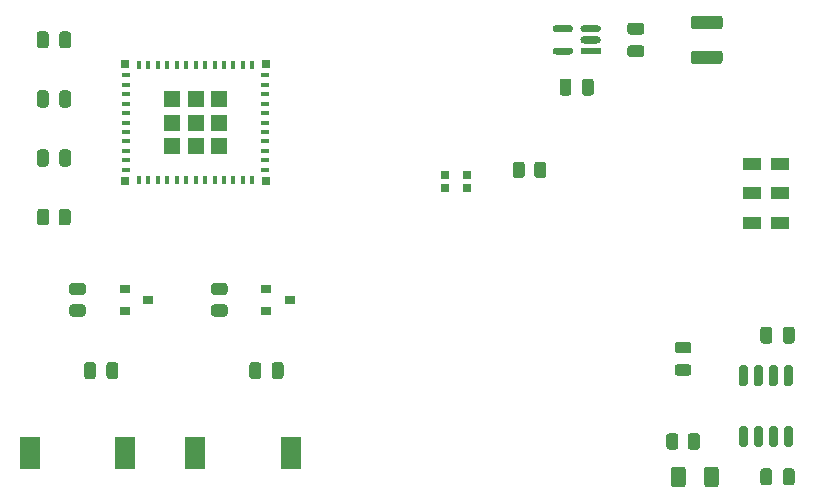
<source format=gbr>
G04 #@! TF.GenerationSoftware,KiCad,Pcbnew,(5.1.12-1-10_14)*
G04 #@! TF.CreationDate,2021-12-17T20:41:21-05:00*
G04 #@! TF.ProjectId,ClonedESP32DevBoard,436c6f6e-6564-4455-9350-333244657642,rev?*
G04 #@! TF.SameCoordinates,Original*
G04 #@! TF.FileFunction,Paste,Top*
G04 #@! TF.FilePolarity,Positive*
%FSLAX46Y46*%
G04 Gerber Fmt 4.6, Leading zero omitted, Abs format (unit mm)*
G04 Created by KiCad (PCBNEW (5.1.12-1-10_14)) date 2021-12-17 20:41:21*
%MOMM*%
%LPD*%
G01*
G04 APERTURE LIST*
%ADD10R,0.700000X0.700000*%
%ADD11R,1.450000X1.450000*%
%ADD12R,0.400000X0.800000*%
%ADD13R,0.800000X0.400000*%
%ADD14R,1.755639X0.609807*%
%ADD15R,1.600000X1.000000*%
%ADD16R,1.701800X2.692400*%
%ADD17R,0.900000X0.800000*%
G04 APERTURE END LIST*
G04 #@! TO.C,R4*
G36*
G01*
X50973800Y-119077701D02*
X50973800Y-118177699D01*
G75*
G02*
X51223799Y-117927700I249999J0D01*
G01*
X51748801Y-117927700D01*
G75*
G02*
X51998800Y-118177699I0J-249999D01*
G01*
X51998800Y-119077701D01*
G75*
G02*
X51748801Y-119327700I-249999J0D01*
G01*
X51223799Y-119327700D01*
G75*
G02*
X50973800Y-119077701I0J249999D01*
G01*
G37*
G36*
G01*
X49148800Y-119077701D02*
X49148800Y-118177699D01*
G75*
G02*
X49398799Y-117927700I249999J0D01*
G01*
X49923801Y-117927700D01*
G75*
G02*
X50173800Y-118177699I0J-249999D01*
G01*
X50173800Y-119077701D01*
G75*
G02*
X49923801Y-119327700I-249999J0D01*
G01*
X49398799Y-119327700D01*
G75*
G02*
X49148800Y-119077701I0J249999D01*
G01*
G37*
G04 #@! TD*
D10*
G04 #@! TO.C,IC1*
X68523800Y-105677700D03*
X68523800Y-115577700D03*
X56623800Y-115577700D03*
X56623800Y-105677700D03*
D11*
X64548800Y-110627700D03*
X64548800Y-112602700D03*
X62573800Y-112602700D03*
X60598800Y-112602700D03*
X60598800Y-110627700D03*
X60598800Y-108652700D03*
X62573800Y-108652700D03*
X64548800Y-108652700D03*
X62573800Y-110627700D03*
D12*
X57773800Y-105727700D03*
X58573800Y-105727700D03*
X59373800Y-105727700D03*
X60173800Y-105727700D03*
X60973800Y-105727700D03*
X61773800Y-105727700D03*
X62573800Y-105727700D03*
X63373800Y-105727700D03*
X64173800Y-105727700D03*
X64973800Y-105727700D03*
X65773800Y-105727700D03*
X66573800Y-105727700D03*
X67373800Y-105727700D03*
D13*
X68473800Y-106627700D03*
X68473800Y-107427700D03*
X68473800Y-108227700D03*
X68473800Y-109027700D03*
X68473800Y-109827700D03*
X68473800Y-110627700D03*
X68473800Y-111427700D03*
X68473800Y-112227700D03*
X68473800Y-113027700D03*
X68473800Y-113827700D03*
X68473800Y-114627700D03*
D12*
X67373800Y-115527700D03*
X66573800Y-115527700D03*
X65773800Y-115527700D03*
X64973800Y-115527700D03*
X64173800Y-115527700D03*
X63373800Y-115527700D03*
X62573800Y-115527700D03*
X61773800Y-115527700D03*
X60973800Y-115527700D03*
X60173800Y-115527700D03*
X59373800Y-115527700D03*
X58573800Y-115527700D03*
X57773800Y-115527700D03*
D13*
X56673800Y-114627700D03*
X56673800Y-113827700D03*
X56673800Y-113027700D03*
X56673800Y-112227700D03*
X56673800Y-111427700D03*
X56673800Y-110627700D03*
X56673800Y-109827700D03*
X56673800Y-109027700D03*
X56673800Y-108227700D03*
X56673800Y-107427700D03*
X56673800Y-106627700D03*
G04 #@! TD*
G04 #@! TO.C,C10*
G36*
G01*
X50123800Y-113152700D02*
X50123800Y-114102700D01*
G75*
G02*
X49873800Y-114352700I-250000J0D01*
G01*
X49373800Y-114352700D01*
G75*
G02*
X49123800Y-114102700I0J250000D01*
G01*
X49123800Y-113152700D01*
G75*
G02*
X49373800Y-112902700I250000J0D01*
G01*
X49873800Y-112902700D01*
G75*
G02*
X50123800Y-113152700I0J-250000D01*
G01*
G37*
G36*
G01*
X52023800Y-113152700D02*
X52023800Y-114102700D01*
G75*
G02*
X51773800Y-114352700I-250000J0D01*
G01*
X51273800Y-114352700D01*
G75*
G02*
X51023800Y-114102700I0J250000D01*
G01*
X51023800Y-113152700D01*
G75*
G02*
X51273800Y-112902700I250000J0D01*
G01*
X51773800Y-112902700D01*
G75*
G02*
X52023800Y-113152700I0J-250000D01*
G01*
G37*
G04 #@! TD*
G04 #@! TO.C,C9*
G36*
G01*
X50123800Y-103152700D02*
X50123800Y-104102700D01*
G75*
G02*
X49873800Y-104352700I-250000J0D01*
G01*
X49373800Y-104352700D01*
G75*
G02*
X49123800Y-104102700I0J250000D01*
G01*
X49123800Y-103152700D01*
G75*
G02*
X49373800Y-102902700I250000J0D01*
G01*
X49873800Y-102902700D01*
G75*
G02*
X50123800Y-103152700I0J-250000D01*
G01*
G37*
G36*
G01*
X52023800Y-103152700D02*
X52023800Y-104102700D01*
G75*
G02*
X51773800Y-104352700I-250000J0D01*
G01*
X51273800Y-104352700D01*
G75*
G02*
X51023800Y-104102700I0J250000D01*
G01*
X51023800Y-103152700D01*
G75*
G02*
X51273800Y-102902700I250000J0D01*
G01*
X51773800Y-102902700D01*
G75*
G02*
X52023800Y-103152700I0J-250000D01*
G01*
G37*
G04 #@! TD*
G04 #@! TO.C,C8*
G36*
G01*
X50123800Y-108152700D02*
X50123800Y-109102700D01*
G75*
G02*
X49873800Y-109352700I-250000J0D01*
G01*
X49373800Y-109352700D01*
G75*
G02*
X49123800Y-109102700I0J250000D01*
G01*
X49123800Y-108152700D01*
G75*
G02*
X49373800Y-107902700I250000J0D01*
G01*
X49873800Y-107902700D01*
G75*
G02*
X50123800Y-108152700I0J-250000D01*
G01*
G37*
G36*
G01*
X52023800Y-108152700D02*
X52023800Y-109102700D01*
G75*
G02*
X51773800Y-109352700I-250000J0D01*
G01*
X51273800Y-109352700D01*
G75*
G02*
X51023800Y-109102700I0J250000D01*
G01*
X51023800Y-108152700D01*
G75*
G02*
X51273800Y-107902700I250000J0D01*
G01*
X51773800Y-107902700D01*
G75*
G02*
X52023800Y-108152700I0J-250000D01*
G01*
G37*
G04 #@! TD*
D14*
G04 #@! TO.C,U2*
X96019081Y-104577700D03*
G36*
G01*
X96896900Y-103627699D02*
X96896900Y-103627699D01*
G75*
G02*
X96591997Y-103932602I-304903J0D01*
G01*
X95446165Y-103932602D01*
G75*
G02*
X95141262Y-103627699I0J304903D01*
G01*
X95141262Y-103627699D01*
G75*
G02*
X95446165Y-103322796I304903J0D01*
G01*
X96591997Y-103322796D01*
G75*
G02*
X96896900Y-103627699I0J-304903D01*
G01*
G37*
G36*
G01*
X96896900Y-102677699D02*
X96896900Y-102677699D01*
G75*
G02*
X96591997Y-102982602I-304903J0D01*
G01*
X95446165Y-102982602D01*
G75*
G02*
X95141262Y-102677699I0J304903D01*
G01*
X95141262Y-102677699D01*
G75*
G02*
X95446165Y-102372796I304903J0D01*
G01*
X96591997Y-102372796D01*
G75*
G02*
X96896900Y-102677699I0J-304903D01*
G01*
G37*
G36*
G01*
X94546337Y-102677699D02*
X94546337Y-102677699D01*
G75*
G02*
X94241434Y-102982602I-304903J0D01*
G01*
X93095602Y-102982602D01*
G75*
G02*
X92790699Y-102677699I0J304903D01*
G01*
X92790699Y-102677699D01*
G75*
G02*
X93095602Y-102372796I304903J0D01*
G01*
X94241434Y-102372796D01*
G75*
G02*
X94546337Y-102677699I0J-304903D01*
G01*
G37*
G36*
G01*
X94546337Y-104577700D02*
X94546337Y-104577700D01*
G75*
G02*
X94241434Y-104882603I-304903J0D01*
G01*
X93095602Y-104882603D01*
G75*
G02*
X92790699Y-104577700I0J304903D01*
G01*
X92790699Y-104577700D01*
G75*
G02*
X93095602Y-104272797I304903J0D01*
G01*
X94241434Y-104272797D01*
G75*
G02*
X94546337Y-104577700I0J-304903D01*
G01*
G37*
G04 #@! TD*
G04 #@! TO.C,U1*
G36*
G01*
X109138800Y-132927700D02*
X108738800Y-132927700D01*
G75*
G02*
X108538800Y-132727700I0J200000D01*
G01*
X108538800Y-131377700D01*
G75*
G02*
X108738800Y-131177700I200000J0D01*
G01*
X109138800Y-131177700D01*
G75*
G02*
X109338800Y-131377700I0J-200000D01*
G01*
X109338800Y-132727700D01*
G75*
G02*
X109138800Y-132927700I-200000J0D01*
G01*
G37*
G36*
G01*
X110408800Y-132927700D02*
X110008800Y-132927700D01*
G75*
G02*
X109808800Y-132727700I0J200000D01*
G01*
X109808800Y-131377700D01*
G75*
G02*
X110008800Y-131177700I200000J0D01*
G01*
X110408800Y-131177700D01*
G75*
G02*
X110608800Y-131377700I0J-200000D01*
G01*
X110608800Y-132727700D01*
G75*
G02*
X110408800Y-132927700I-200000J0D01*
G01*
G37*
G36*
G01*
X111678800Y-132927700D02*
X111278800Y-132927700D01*
G75*
G02*
X111078800Y-132727700I0J200000D01*
G01*
X111078800Y-131377700D01*
G75*
G02*
X111278800Y-131177700I200000J0D01*
G01*
X111678800Y-131177700D01*
G75*
G02*
X111878800Y-131377700I0J-200000D01*
G01*
X111878800Y-132727700D01*
G75*
G02*
X111678800Y-132927700I-200000J0D01*
G01*
G37*
G36*
G01*
X112948800Y-132927700D02*
X112548800Y-132927700D01*
G75*
G02*
X112348800Y-132727700I0J200000D01*
G01*
X112348800Y-131377700D01*
G75*
G02*
X112548800Y-131177700I200000J0D01*
G01*
X112948800Y-131177700D01*
G75*
G02*
X113148800Y-131377700I0J-200000D01*
G01*
X113148800Y-132727700D01*
G75*
G02*
X112948800Y-132927700I-200000J0D01*
G01*
G37*
G36*
G01*
X112948800Y-138077700D02*
X112548800Y-138077700D01*
G75*
G02*
X112348800Y-137877700I0J200000D01*
G01*
X112348800Y-136527700D01*
G75*
G02*
X112548800Y-136327700I200000J0D01*
G01*
X112948800Y-136327700D01*
G75*
G02*
X113148800Y-136527700I0J-200000D01*
G01*
X113148800Y-137877700D01*
G75*
G02*
X112948800Y-138077700I-200000J0D01*
G01*
G37*
G36*
G01*
X111678800Y-138077700D02*
X111278800Y-138077700D01*
G75*
G02*
X111078800Y-137877700I0J200000D01*
G01*
X111078800Y-136527700D01*
G75*
G02*
X111278800Y-136327700I200000J0D01*
G01*
X111678800Y-136327700D01*
G75*
G02*
X111878800Y-136527700I0J-200000D01*
G01*
X111878800Y-137877700D01*
G75*
G02*
X111678800Y-138077700I-200000J0D01*
G01*
G37*
G36*
G01*
X110408800Y-138077700D02*
X110008800Y-138077700D01*
G75*
G02*
X109808800Y-137877700I0J200000D01*
G01*
X109808800Y-136527700D01*
G75*
G02*
X110008800Y-136327700I200000J0D01*
G01*
X110408800Y-136327700D01*
G75*
G02*
X110608800Y-136527700I0J-200000D01*
G01*
X110608800Y-137877700D01*
G75*
G02*
X110408800Y-138077700I-200000J0D01*
G01*
G37*
G36*
G01*
X109138800Y-138077700D02*
X108738800Y-138077700D01*
G75*
G02*
X108538800Y-137877700I0J200000D01*
G01*
X108538800Y-136527700D01*
G75*
G02*
X108738800Y-136327700I200000J0D01*
G01*
X109138800Y-136327700D01*
G75*
G02*
X109338800Y-136527700I0J-200000D01*
G01*
X109338800Y-137877700D01*
G75*
G02*
X109138800Y-138077700I-200000J0D01*
G01*
G37*
G04 #@! TD*
D15*
G04 #@! TO.C,SW3*
X112043800Y-119127700D03*
X112043800Y-116627700D03*
X112043800Y-114127700D03*
X109643800Y-119127700D03*
X109643800Y-116627700D03*
X109643800Y-114127700D03*
G04 #@! TD*
D16*
G04 #@! TO.C,SW2*
X62522500Y-138627700D03*
X70625100Y-138627700D03*
G04 #@! TD*
G04 #@! TO.C,SW1*
X48522500Y-138627700D03*
X56625100Y-138627700D03*
G04 #@! TD*
G04 #@! TO.C,R6*
G36*
G01*
X90443800Y-114177699D02*
X90443800Y-115077701D01*
G75*
G02*
X90193801Y-115327700I-249999J0D01*
G01*
X89668799Y-115327700D01*
G75*
G02*
X89418800Y-115077701I0J249999D01*
G01*
X89418800Y-114177699D01*
G75*
G02*
X89668799Y-113927700I249999J0D01*
G01*
X90193801Y-113927700D01*
G75*
G02*
X90443800Y-114177699I0J-249999D01*
G01*
G37*
G36*
G01*
X92268800Y-114177699D02*
X92268800Y-115077701D01*
G75*
G02*
X92018801Y-115327700I-249999J0D01*
G01*
X91493799Y-115327700D01*
G75*
G02*
X91243800Y-115077701I0J249999D01*
G01*
X91243800Y-114177699D01*
G75*
G02*
X91493799Y-113927700I249999J0D01*
G01*
X92018801Y-113927700D01*
G75*
G02*
X92268800Y-114177699I0J-249999D01*
G01*
G37*
G04 #@! TD*
G04 #@! TO.C,R3*
G36*
G01*
X103443800Y-137177699D02*
X103443800Y-138077701D01*
G75*
G02*
X103193801Y-138327700I-249999J0D01*
G01*
X102668799Y-138327700D01*
G75*
G02*
X102418800Y-138077701I0J249999D01*
G01*
X102418800Y-137177699D01*
G75*
G02*
X102668799Y-136927700I249999J0D01*
G01*
X103193801Y-136927700D01*
G75*
G02*
X103443800Y-137177699I0J-249999D01*
G01*
G37*
G36*
G01*
X105268800Y-137177699D02*
X105268800Y-138077701D01*
G75*
G02*
X105018801Y-138327700I-249999J0D01*
G01*
X104493799Y-138327700D01*
G75*
G02*
X104243800Y-138077701I0J249999D01*
G01*
X104243800Y-137177699D01*
G75*
G02*
X104493799Y-136927700I249999J0D01*
G01*
X105018801Y-136927700D01*
G75*
G02*
X105268800Y-137177699I0J-249999D01*
G01*
G37*
G04 #@! TD*
G04 #@! TO.C,R2*
G36*
G01*
X53023801Y-125227700D02*
X52123799Y-125227700D01*
G75*
G02*
X51873800Y-124977701I0J249999D01*
G01*
X51873800Y-124452699D01*
G75*
G02*
X52123799Y-124202700I249999J0D01*
G01*
X53023801Y-124202700D01*
G75*
G02*
X53273800Y-124452699I0J-249999D01*
G01*
X53273800Y-124977701D01*
G75*
G02*
X53023801Y-125227700I-249999J0D01*
G01*
G37*
G36*
G01*
X53023801Y-127052700D02*
X52123799Y-127052700D01*
G75*
G02*
X51873800Y-126802701I0J249999D01*
G01*
X51873800Y-126277699D01*
G75*
G02*
X52123799Y-126027700I249999J0D01*
G01*
X53023801Y-126027700D01*
G75*
G02*
X53273800Y-126277699I0J-249999D01*
G01*
X53273800Y-126802701D01*
G75*
G02*
X53023801Y-127052700I-249999J0D01*
G01*
G37*
G04 #@! TD*
G04 #@! TO.C,R1*
G36*
G01*
X65023801Y-125227700D02*
X64123799Y-125227700D01*
G75*
G02*
X63873800Y-124977701I0J249999D01*
G01*
X63873800Y-124452699D01*
G75*
G02*
X64123799Y-124202700I249999J0D01*
G01*
X65023801Y-124202700D01*
G75*
G02*
X65273800Y-124452699I0J-249999D01*
G01*
X65273800Y-124977701D01*
G75*
G02*
X65023801Y-125227700I-249999J0D01*
G01*
G37*
G36*
G01*
X65023801Y-127052700D02*
X64123799Y-127052700D01*
G75*
G02*
X63873800Y-126802701I0J249999D01*
G01*
X63873800Y-126277699D01*
G75*
G02*
X64123799Y-126027700I249999J0D01*
G01*
X65023801Y-126027700D01*
G75*
G02*
X65273800Y-126277699I0J-249999D01*
G01*
X65273800Y-126802701D01*
G75*
G02*
X65023801Y-127052700I-249999J0D01*
G01*
G37*
G04 #@! TD*
D17*
G04 #@! TO.C,Q2*
X58573800Y-125627700D03*
X56573800Y-126577700D03*
X56573800Y-124677700D03*
G04 #@! TD*
G04 #@! TO.C,Q1*
X70573800Y-125627700D03*
X68573800Y-126577700D03*
X68573800Y-124677700D03*
G04 #@! TD*
G04 #@! TO.C,D3*
G36*
G01*
X103387550Y-131077700D02*
X104300050Y-131077700D01*
G75*
G02*
X104543800Y-131321450I0J-243750D01*
G01*
X104543800Y-131808950D01*
G75*
G02*
X104300050Y-132052700I-243750J0D01*
G01*
X103387550Y-132052700D01*
G75*
G02*
X103143800Y-131808950I0J243750D01*
G01*
X103143800Y-131321450D01*
G75*
G02*
X103387550Y-131077700I243750J0D01*
G01*
G37*
G36*
G01*
X103387550Y-129202700D02*
X104300050Y-129202700D01*
G75*
G02*
X104543800Y-129446450I0J-243750D01*
G01*
X104543800Y-129933950D01*
G75*
G02*
X104300050Y-130177700I-243750J0D01*
G01*
X103387550Y-130177700D01*
G75*
G02*
X103143800Y-129933950I0J243750D01*
G01*
X103143800Y-129446450D01*
G75*
G02*
X103387550Y-129202700I243750J0D01*
G01*
G37*
G04 #@! TD*
G04 #@! TO.C,D2*
G36*
G01*
X104068800Y-140002700D02*
X104068800Y-141252700D01*
G75*
G02*
X103818800Y-141502700I-250000J0D01*
G01*
X103068800Y-141502700D01*
G75*
G02*
X102818800Y-141252700I0J250000D01*
G01*
X102818800Y-140002700D01*
G75*
G02*
X103068800Y-139752700I250000J0D01*
G01*
X103818800Y-139752700D01*
G75*
G02*
X104068800Y-140002700I0J-250000D01*
G01*
G37*
G36*
G01*
X106868800Y-140002700D02*
X106868800Y-141252700D01*
G75*
G02*
X106618800Y-141502700I-250000J0D01*
G01*
X105868800Y-141502700D01*
G75*
G02*
X105618800Y-141252700I0J250000D01*
G01*
X105618800Y-140002700D01*
G75*
G02*
X105868800Y-139752700I250000J0D01*
G01*
X106618800Y-139752700D01*
G75*
G02*
X106868800Y-140002700I0J-250000D01*
G01*
G37*
G04 #@! TD*
D10*
G04 #@! TO.C,D1*
X83688800Y-115047700D03*
X83688800Y-116147700D03*
X85518800Y-116147700D03*
X85518800Y-115047700D03*
G04 #@! TD*
G04 #@! TO.C,C7*
G36*
G01*
X104743799Y-104527700D02*
X106943801Y-104527700D01*
G75*
G02*
X107193800Y-104777699I0J-249999D01*
G01*
X107193800Y-105427701D01*
G75*
G02*
X106943801Y-105677700I-249999J0D01*
G01*
X104743799Y-105677700D01*
G75*
G02*
X104493800Y-105427701I0J249999D01*
G01*
X104493800Y-104777699D01*
G75*
G02*
X104743799Y-104527700I249999J0D01*
G01*
G37*
G36*
G01*
X104743799Y-101577700D02*
X106943801Y-101577700D01*
G75*
G02*
X107193800Y-101827699I0J-249999D01*
G01*
X107193800Y-102477701D01*
G75*
G02*
X106943801Y-102727700I-249999J0D01*
G01*
X104743799Y-102727700D01*
G75*
G02*
X104493800Y-102477701I0J249999D01*
G01*
X104493800Y-101827699D01*
G75*
G02*
X104743799Y-101577700I249999J0D01*
G01*
G37*
G04 #@! TD*
G04 #@! TO.C,C6*
G36*
G01*
X95293800Y-108102700D02*
X95293800Y-107152700D01*
G75*
G02*
X95543800Y-106902700I250000J0D01*
G01*
X96043800Y-106902700D01*
G75*
G02*
X96293800Y-107152700I0J-250000D01*
G01*
X96293800Y-108102700D01*
G75*
G02*
X96043800Y-108352700I-250000J0D01*
G01*
X95543800Y-108352700D01*
G75*
G02*
X95293800Y-108102700I0J250000D01*
G01*
G37*
G36*
G01*
X93393800Y-108102700D02*
X93393800Y-107152700D01*
G75*
G02*
X93643800Y-106902700I250000J0D01*
G01*
X94143800Y-106902700D01*
G75*
G02*
X94393800Y-107152700I0J-250000D01*
G01*
X94393800Y-108102700D01*
G75*
G02*
X94143800Y-108352700I-250000J0D01*
G01*
X93643800Y-108352700D01*
G75*
G02*
X93393800Y-108102700I0J250000D01*
G01*
G37*
G04 #@! TD*
G04 #@! TO.C,C5*
G36*
G01*
X99368800Y-104077700D02*
X100318800Y-104077700D01*
G75*
G02*
X100568800Y-104327700I0J-250000D01*
G01*
X100568800Y-104827700D01*
G75*
G02*
X100318800Y-105077700I-250000J0D01*
G01*
X99368800Y-105077700D01*
G75*
G02*
X99118800Y-104827700I0J250000D01*
G01*
X99118800Y-104327700D01*
G75*
G02*
X99368800Y-104077700I250000J0D01*
G01*
G37*
G36*
G01*
X99368800Y-102177700D02*
X100318800Y-102177700D01*
G75*
G02*
X100568800Y-102427700I0J-250000D01*
G01*
X100568800Y-102927700D01*
G75*
G02*
X100318800Y-103177700I-250000J0D01*
G01*
X99368800Y-103177700D01*
G75*
G02*
X99118800Y-102927700I0J250000D01*
G01*
X99118800Y-102427700D01*
G75*
G02*
X99368800Y-102177700I250000J0D01*
G01*
G37*
G04 #@! TD*
G04 #@! TO.C,C4*
G36*
G01*
X111393800Y-128152700D02*
X111393800Y-129102700D01*
G75*
G02*
X111143800Y-129352700I-250000J0D01*
G01*
X110643800Y-129352700D01*
G75*
G02*
X110393800Y-129102700I0J250000D01*
G01*
X110393800Y-128152700D01*
G75*
G02*
X110643800Y-127902700I250000J0D01*
G01*
X111143800Y-127902700D01*
G75*
G02*
X111393800Y-128152700I0J-250000D01*
G01*
G37*
G36*
G01*
X113293800Y-128152700D02*
X113293800Y-129102700D01*
G75*
G02*
X113043800Y-129352700I-250000J0D01*
G01*
X112543800Y-129352700D01*
G75*
G02*
X112293800Y-129102700I0J250000D01*
G01*
X112293800Y-128152700D01*
G75*
G02*
X112543800Y-127902700I250000J0D01*
G01*
X113043800Y-127902700D01*
G75*
G02*
X113293800Y-128152700I0J-250000D01*
G01*
G37*
G04 #@! TD*
G04 #@! TO.C,C3*
G36*
G01*
X112293800Y-141102700D02*
X112293800Y-140152700D01*
G75*
G02*
X112543800Y-139902700I250000J0D01*
G01*
X113043800Y-139902700D01*
G75*
G02*
X113293800Y-140152700I0J-250000D01*
G01*
X113293800Y-141102700D01*
G75*
G02*
X113043800Y-141352700I-250000J0D01*
G01*
X112543800Y-141352700D01*
G75*
G02*
X112293800Y-141102700I0J250000D01*
G01*
G37*
G36*
G01*
X110393800Y-141102700D02*
X110393800Y-140152700D01*
G75*
G02*
X110643800Y-139902700I250000J0D01*
G01*
X111143800Y-139902700D01*
G75*
G02*
X111393800Y-140152700I0J-250000D01*
G01*
X111393800Y-141102700D01*
G75*
G02*
X111143800Y-141352700I-250000J0D01*
G01*
X110643800Y-141352700D01*
G75*
G02*
X110393800Y-141102700I0J250000D01*
G01*
G37*
G04 #@! TD*
G04 #@! TO.C,C2*
G36*
G01*
X69023800Y-132102700D02*
X69023800Y-131152700D01*
G75*
G02*
X69273800Y-130902700I250000J0D01*
G01*
X69773800Y-130902700D01*
G75*
G02*
X70023800Y-131152700I0J-250000D01*
G01*
X70023800Y-132102700D01*
G75*
G02*
X69773800Y-132352700I-250000J0D01*
G01*
X69273800Y-132352700D01*
G75*
G02*
X69023800Y-132102700I0J250000D01*
G01*
G37*
G36*
G01*
X67123800Y-132102700D02*
X67123800Y-131152700D01*
G75*
G02*
X67373800Y-130902700I250000J0D01*
G01*
X67873800Y-130902700D01*
G75*
G02*
X68123800Y-131152700I0J-250000D01*
G01*
X68123800Y-132102700D01*
G75*
G02*
X67873800Y-132352700I-250000J0D01*
G01*
X67373800Y-132352700D01*
G75*
G02*
X67123800Y-132102700I0J250000D01*
G01*
G37*
G04 #@! TD*
G04 #@! TO.C,C1*
G36*
G01*
X55023800Y-132102700D02*
X55023800Y-131152700D01*
G75*
G02*
X55273800Y-130902700I250000J0D01*
G01*
X55773800Y-130902700D01*
G75*
G02*
X56023800Y-131152700I0J-250000D01*
G01*
X56023800Y-132102700D01*
G75*
G02*
X55773800Y-132352700I-250000J0D01*
G01*
X55273800Y-132352700D01*
G75*
G02*
X55023800Y-132102700I0J250000D01*
G01*
G37*
G36*
G01*
X53123800Y-132102700D02*
X53123800Y-131152700D01*
G75*
G02*
X53373800Y-130902700I250000J0D01*
G01*
X53873800Y-130902700D01*
G75*
G02*
X54123800Y-131152700I0J-250000D01*
G01*
X54123800Y-132102700D01*
G75*
G02*
X53873800Y-132352700I-250000J0D01*
G01*
X53373800Y-132352700D01*
G75*
G02*
X53123800Y-132102700I0J250000D01*
G01*
G37*
G04 #@! TD*
M02*

</source>
